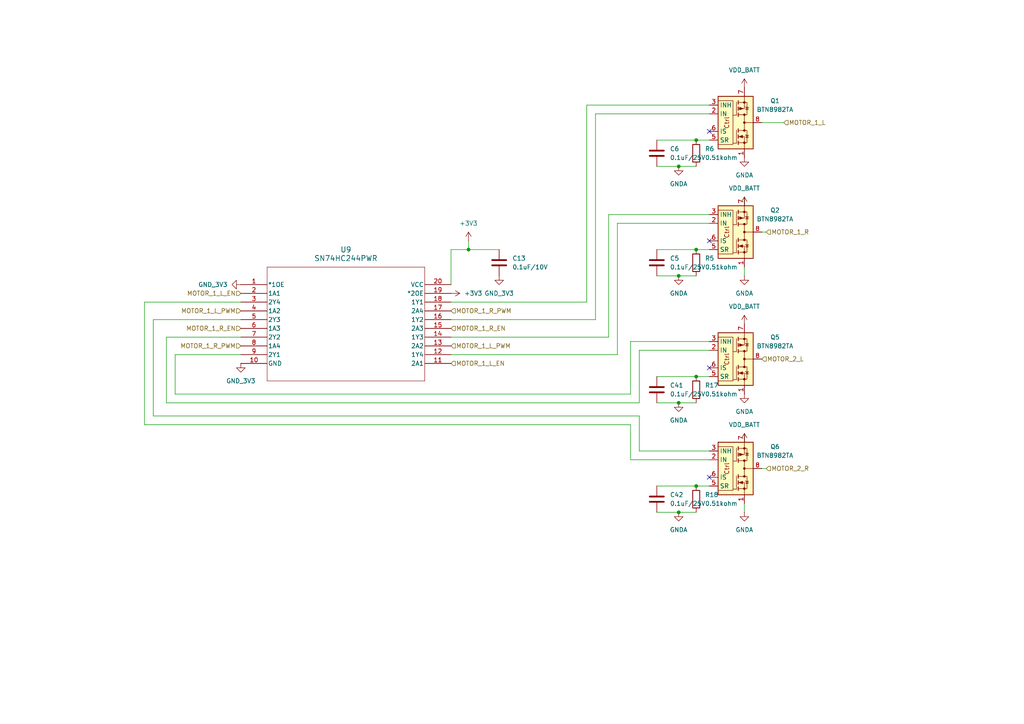
<source format=kicad_sch>
(kicad_sch (version 20231120) (generator "eeschema") (generator_version "8.0")
  (paper "A4")
  (lib_symbols
    (symbol "Device:C" (pin_numbers hide) (pin_names (offset 0.254))
      (property "Reference" "C" (at 0.635 2.54 0))
      (property "Value" "C" (at 0.635 -2.54 0))
      (symbol "C_0_1"
        (polyline (pts (xy -2.032 -0.762) (xy 2.032 -0.762)) (stroke (width 0.508)))
        (polyline (pts (xy -2.032 0.762) (xy 2.032 0.762)) (stroke (width 0.508)))
      )
      (symbol "C_1_1"
        (pin passive line (at 0 3.81 270) (length 2.794) (name "~") (number "1"))
        (pin passive line (at 0 -3.81 90) (length 2.794) (name "~") (number "2"))
      )
    )
    (symbol "Device:R" (pin_numbers hide) (pin_names (offset 0))
      (property "Reference" "R" (at 2.032 0 90))
      (property "Value" "R" (at 0 0 90))
      (symbol "R_0_1"
        (rectangle (start -1.016 -2.54) (end 1.016 2.54) (stroke (width 0.254)))
      )
      (symbol "R_1_1"
        (pin passive line (at 0 3.81 270) (length 1.27) (name "~") (number "1"))
        (pin passive line (at 0 -3.81 90) (length 1.27) (name "~") (number "2"))
      )
    )
    (symbol "Power_Management:BTN8982TA"
      (property "Reference" "Q" (at 6.35 5.715 0))
      (property "Value" "BTN8982TA" (at 6.35 3.81 0))
      (symbol "BTN8982TA_0_1"
        (rectangle (start -5.08 7.62) (end 5.08 -7.62) (stroke (width 0.254)) (fill (type background)))
        (polyline (pts (xy 0.254 -5.969) (xy -0.762 -5.969)))
        (polyline (pts (xy 0.254 2.159) (xy -0.762 2.159)))
        (polyline (pts (xy 2.54 0) (xy 5.08 0)))
        (polyline (pts (xy 2.54 2.286) (xy 2.54 -2.286)))
        (polyline (pts (xy 2.54 -5.842) (xy 2.54 -7.62) (xy 2.54 -6.858)))
        (polyline (pts (xy -5.08 6.35) (xy -0.762 6.35) (xy -0.762 -6.35) (xy -5.08 -6.35)))
      )
      (symbol "BTN8982TA_1_0"
        (text "Ctrl" (at -2.54 0 900) (effects (font (size 1.27 1.27))))
      )
      (symbol "BTN8982TA_1_1"
        (polyline (pts (xy 0.762 -5.842) (xy 2.54 -5.842)))
        (polyline (pts (xy 0.762 -5.334) (xy 0.762 -6.35)) (stroke (width 0.254)))
        (polyline (pts (xy 0.762 -4.064) (xy 2.54 -4.064)))
        (polyline (pts (xy 0.762 -3.556) (xy 0.762 -4.572)) (stroke (width 0.254)))
        (polyline (pts (xy 0.762 -2.286) (xy 2.54 -2.286)))
        (polyline (pts (xy 0.762 -1.778) (xy 0.762 -2.794)) (stroke (width 0.254)))
        (polyline (pts (xy 0.762 2.286) (xy 2.54 2.286)))
        (polyline (pts (xy 0.762 2.794) (xy 0.762 1.778)) (stroke (width 0.254)))
        (polyline (pts (xy 0.762 4.064) (xy 2.54 4.064)))
        (polyline (pts (xy 0.762 4.572) (xy 0.762 3.556)) (stroke (width 0.254)))
        (polyline (pts (xy 0.762 5.842) (xy 2.54 5.842)))
        (polyline (pts (xy 0.762 6.35) (xy 0.762 5.334)) (stroke (width 0.254)))
        (polyline (pts (xy 2.54 -5.842) (xy 2.54 -4.064)))
        (polyline (pts (xy 2.54 4.064) (xy 2.54 5.842)))
        (polyline (pts (xy 2.54 7.62) (xy 2.54 5.842)))
        (polyline (pts (xy 0.254 -2.159) (xy 0.254 -5.969) (xy 0.254 -5.969)))
        (polyline (pts (xy 0.254 5.969) (xy 0.254 2.159) (xy 0.254 2.159)))
        (polyline (pts (xy 1.016 -4.064) (xy 2.032 -3.683) (xy 2.032 -4.445) (xy 1.016 -4.064)) (fill (type outline)))
        (polyline (pts (xy 2.159 4.064) (xy 1.143 3.683) (xy 1.143 4.445) (xy 2.159 4.064)) (fill (type outline)))
        (polyline (pts (xy 2.54 -5.842) (xy 3.302 -5.842) (xy 3.302 -2.286) (xy 2.54 -2.286)))
        (polyline (pts (xy 2.54 2.286) (xy 3.302 2.286) (xy 3.302 5.842) (xy 2.54 5.842)))
        (polyline (pts (xy 2.794 -3.556) (xy 2.921 -3.683) (xy 3.683 -3.683) (xy 3.81 -3.81)))
        (polyline (pts (xy 2.794 4.572) (xy 2.921 4.445) (xy 3.683 4.445) (xy 3.81 4.318)))
        (polyline (pts (xy 3.302 -3.683) (xy 2.921 -4.318) (xy 3.683 -4.318) (xy 3.302 -3.683)))
        (polyline (pts (xy 3.302 4.445) (xy 2.921 3.81) (xy 3.683 3.81) (xy 3.302 4.445)))
        (circle (center 2.54 -5.842) (radius 0.2794) (fill (type outline)))
        (circle (center 2.54 -2.286) (radius 0.2794) (fill (type outline)))
        (circle (center 2.54 0) (radius 0.2794) (fill (type outline)))
        (circle (center 2.54 2.286) (radius 0.2794) (fill (type outline)))
        (circle (center 2.54 5.842) (radius 0.2794) (fill (type outline)))
        (pin power_in line (at 2.54 -10.16 90) (length 2.54) (name "~") (number "1"))
        (pin input line (at -7.62 2.54 0) (length 2.54) (name "IN") (number "2"))
        (pin input line (at -7.62 5.08 0) (length 2.54) (name "INH") (number "3"))
        (pin passive line (at 7.62 0 180) (length 2.54) hide (name "~") (number "4"))
        (pin input line (at -7.62 -5.08 0) (length 2.54) (name "SR") (number "5"))
        (pin output line (at -7.62 -2.54 0) (length 2.54) (name "IS") (number "6"))
        (pin power_in line (at 2.54 10.16 270) (length 2.54) (name "~") (number "7"))
        (pin passive line (at 7.62 0 180) (length 2.54) (name "~") (number "8"))
      )
    )
    (symbol "SN74HC244PWR:SN74HC244PWR" (pin_names (offset 0.254))
      (property "Reference" "U" (at 30.48 10.16 0))
      (property "Value" "SN74HC244PWR" (at 30.48 7.62 0))
      (symbol "SN74HC244PWR_0_1"
        (polyline (pts (xy 7.62 -27.94) (xy 53.34 -27.94)) (stroke (width 0.127)))
        (polyline (pts (xy 7.62 5.08) (xy 7.62 -27.94)) (stroke (width 0.127)))
        (polyline (pts (xy 53.34 -27.94) (xy 53.34 5.08)) (stroke (width 0.127)))
        (polyline (pts (xy 53.34 5.08) (xy 7.62 5.08)) (stroke (width 0.127)))
        (pin input line (at 0 0 0) (length 7.62) (name "*1OE") (number "1"))
        (pin power_in line (at 0 -22.86 0) (length 7.62) (name "GND") (number "10"))
        (pin input line (at 60.96 -22.86 180) (length 7.62) (name "2A1") (number "11"))
        (pin output line (at 60.96 -20.32 180) (length 7.62) (name "1Y4") (number "12"))
        (pin input line (at 60.96 -17.78 180) (length 7.62) (name "2A2") (number "13"))
        (pin output line (at 60.96 -15.24 180) (length 7.62) (name "1Y3") (number "14"))
        (pin input line (at 60.96 -12.7 180) (length 7.62) (name "2A3") (number "15"))
        (pin output line (at 60.96 -10.16 180) (length 7.62) (name "1Y2") (number "16"))
        (pin input line (at 60.96 -7.62 180) (length 7.62) (name "2A4") (number "17"))
        (pin output line (at 60.96 -5.08 180) (length 7.62) (name "1Y1") (number "18"))
        (pin input line (at 60.96 -2.54 180) (length 7.62) (name "*2OE") (number "19"))
        (pin input line (at 0 -2.54 0) (length 7.62) (name "1A1") (number "2"))
        (pin power_in line (at 60.96 0 180) (length 7.62) (name "VCC") (number "20"))
        (pin output line (at 0 -5.08 0) (length 7.62) (name "2Y4") (number "3"))
        (pin input line (at 0 -7.62 0) (length 7.62) (name "1A2") (number "4"))
        (pin output line (at 0 -10.16 0) (length 7.62) (name "2Y3") (number "5"))
        (pin input line (at 0 -12.7 0) (length 7.62) (name "1A3") (number "6"))
        (pin output line (at 0 -15.24 0) (length 7.62) (name "2Y2") (number "7"))
        (pin input line (at 0 -17.78 0) (length 7.62) (name "1A4") (number "8"))
        (pin output line (at 0 -20.32 0) (length 7.62) (name "2Y1") (number "9"))
      )
    )
    (symbol "power:+3V3" (power) (pin_numbers hide) (pin_names (offset 0) hide)
      (property "Value" "+3V3" (at 0 3.556 0))
      (symbol "+3V3_0_1"
        (polyline (pts (xy -0.762 1.27) (xy 0 2.54)))
        (polyline (pts (xy 0 0) (xy 0 2.54)))
        (polyline (pts (xy 0 2.54) (xy 0.762 1.27)))
      )
      (symbol "+3V3_1_1"
        (pin power_in line (at 0 0 90) (length 0) (name "~") (number "1"))
      )
    )
    (symbol "power:GND" (power) (pin_numbers hide) (pin_names (offset 0) hide)
      (property "Value" "GND" (at 0 -3.81 0))
      (symbol "GND_0_1"
        (polyline (pts (xy 0 0) (xy 0 -1.27) (xy 1.27 -1.27) (xy 0 -2.54) (xy -1.27 -1.27) (xy 0 -1.27)))
      )
      (symbol "GND_1_1"
        (pin power_in line (at 0 0 270) (length 0) (name "~") (number "1"))
      )
    )
    (symbol "power:GNDA" (power) (pin_numbers hide) (pin_names (offset 0) hide)
      (property "Value" "GNDA" (at 0 -3.81 0))
      (symbol "GNDA_0_1"
        (polyline (pts (xy 0 0) (xy 0 -1.27) (xy 1.27 -1.27) (xy 0 -2.54) (xy -1.27 -1.27) (xy 0 -1.27)))
      )
      (symbol "GNDA_1_1"
        (pin power_in line (at 0 0 270) (length 0) (name "~") (number "1"))
      )
    )
  )
  (junction (at 196.85 80.01))
  (junction (at 135.89 72.39))
  (junction (at 196.85 116.84))
  (junction (at 201.93 140.97))
  (junction (at 196.85 48.26))
  (junction (at 201.93 40.64))
  (junction (at 196.85 148.59))
  (junction (at 201.93 72.39))
  (junction (at 201.93 109.22))
  (no_connect (at 205.74 138.43))
  (no_connect (at 205.74 38.1))
  (no_connect (at 205.74 106.68))
  (no_connect (at 205.74 69.85))
  (wire (pts (xy 41.91 87.63) (xy 41.91 123.19)))
  (wire (pts (xy 130.81 87.63) (xy 170.18 87.63)))
  (wire (pts (xy 176.53 97.79) (xy 176.53 62.23)))
  (wire (pts (xy 176.53 62.23) (xy 205.74 62.23)))
  (wire (pts (xy 215.9 125.73) (xy 215.9 128.27)))
  (wire (pts (xy 190.5 48.26) (xy 196.85 48.26)))
  (wire (pts (xy 222.25 135.89) (xy 220.98 135.89)))
  (wire (pts (xy 170.18 87.63) (xy 170.18 30.48)))
  (wire (pts (xy 190.5 116.84) (xy 196.85 116.84)))
  (wire (pts (xy 190.5 80.01) (xy 196.85 80.01)))
  (wire (pts (xy 196.85 116.84) (xy 201.93 116.84)))
  (wire (pts (xy 196.85 80.01) (xy 201.93 80.01)))
  (wire (pts (xy 135.89 72.39) (xy 130.81 72.39)))
  (wire (pts (xy 215.9 77.47) (xy 215.9 80.01)))
  (wire (pts (xy 48.26 97.79) (xy 48.26 116.84)))
  (wire (pts (xy 69.85 97.79) (xy 48.26 97.79)))
  (wire (pts (xy 179.07 64.77) (xy 179.07 102.87)))
  (wire (pts (xy 182.88 99.06) (xy 205.74 99.06)))
  (wire (pts (xy 48.26 116.84) (xy 185.42 116.84)))
  (wire (pts (xy 201.93 109.22) (xy 205.74 109.22)))
  (wire (pts (xy 69.85 87.63) (xy 41.91 87.63)))
  (wire (pts (xy 179.07 102.87) (xy 130.81 102.87)))
  (wire (pts (xy 196.85 148.59) (xy 201.93 148.59)))
  (wire (pts (xy 130.81 92.71) (xy 172.72 92.71)))
  (wire (pts (xy 50.8 102.87) (xy 50.8 114.3)))
  (wire (pts (xy 135.89 69.85) (xy 135.89 72.39)))
  (wire (pts (xy 170.18 30.48) (xy 205.74 30.48)))
  (wire (pts (xy 130.81 72.39) (xy 130.81 82.55)))
  (wire (pts (xy 215.9 57.15) (xy 215.9 59.69)))
  (wire (pts (xy 44.45 120.65) (xy 185.42 120.65)))
  (wire (pts (xy 196.85 48.26) (xy 201.93 48.26)))
  (wire (pts (xy 190.5 72.39) (xy 201.93 72.39)))
  (wire (pts (xy 172.72 33.02) (xy 205.74 33.02)))
  (wire (pts (xy 130.81 97.79) (xy 176.53 97.79)))
  (wire (pts (xy 185.42 101.6) (xy 205.74 101.6)))
  (wire (pts (xy 190.5 109.22) (xy 201.93 109.22)))
  (wire (pts (xy 182.88 123.19) (xy 182.88 133.35)))
  (wire (pts (xy 44.45 92.71) (xy 44.45 120.65)))
  (wire (pts (xy 185.42 116.84) (xy 185.42 101.6)))
  (wire (pts (xy 201.93 40.64) (xy 205.74 40.64)))
  (wire (pts (xy 201.93 72.39) (xy 205.74 72.39)))
  (wire (pts (xy 185.42 130.81) (xy 205.74 130.81)))
  (wire (pts (xy 201.93 140.97) (xy 205.74 140.97)))
  (wire (pts (xy 222.25 67.31) (xy 220.98 67.31)))
  (wire (pts (xy 182.88 114.3) (xy 182.88 99.06)))
  (wire (pts (xy 172.72 92.71) (xy 172.72 33.02)))
  (wire (pts (xy 41.91 123.19) (xy 182.88 123.19)))
  (wire (pts (xy 190.5 40.64) (xy 201.93 40.64)))
  (wire (pts (xy 69.85 92.71) (xy 44.45 92.71)))
  (wire (pts (xy 227.33 35.56) (xy 220.98 35.56)))
  (wire (pts (xy 179.07 64.77) (xy 205.74 64.77)))
  (wire (pts (xy 50.8 114.3) (xy 182.88 114.3)))
  (wire (pts (xy 185.42 120.65) (xy 185.42 130.81)))
  (wire (pts (xy 69.85 102.87) (xy 50.8 102.87)))
  (wire (pts (xy 144.78 72.39) (xy 135.89 72.39)))
  (wire (pts (xy 190.5 140.97) (xy 201.93 140.97)))
  (wire (pts (xy 182.88 133.35) (xy 205.74 133.35)))
  (wire (pts (xy 190.5 148.59) (xy 196.85 148.59)))
  (wire (pts (xy 215.9 146.05) (xy 215.9 148.59)))
  (hierarchical_label "MOTOR_1_R_PWM" (shape input) (at 69.85 100.33 180))
  (hierarchical_label "MOTOR_2_R" (shape input) (at 222.25 135.89 0))
  (hierarchical_label "MOTOR_1_L_EN" (shape input) (at 130.81 105.41 0))
  (hierarchical_label "MOTOR_1_R_PWM" (shape input) (at 130.81 90.17 0))
  (hierarchical_label "MOTOR_1_R" (shape input) (at 222.25 67.31 0))
  (hierarchical_label "MOTOR_1_L_PWM" (shape input) (at 69.85 90.17 180))
  (hierarchical_label "MOTOR_1_R_EN" (shape input) (at 130.81 95.25 0))
  (hierarchical_label "MOTOR_1_L_EN" (shape input) (at 69.85 85.09 180))
  (hierarchical_label "MOTOR_1_R_EN" (shape input) (at 69.85 95.25 180))
  (hierarchical_label "MOTOR_2_L" (shape input) (at 220.98 104.14 0))
  (hierarchical_label "MOTOR_1_L" (shape input) (at 227.33 35.56 0))
  (hierarchical_label "MOTOR_1_L_PWM" (shape input) (at 130.81 100.33 0))
  (symbol (lib_id "power:GNDA") (at 215.9 114.3 0) (unit 1)
    (property "Reference" "#PWR0100" (effects (hide yes)))
    (property "Value" "GNDA" (at 215.9 119.38 0))
    (property "Description" "Power symbol creates a global label with name \"GNDA\" , analog ground" (effects (hide yes)))
  )
  (symbol (lib_id "power:GND") (at 69.85 82.55 270) (unit 1)
    (property "Reference" "#PWR030" (effects (hide yes)))
    (property "Value" "GND_3V3" (at 66.04 82.5499 90) (effects (justify right)))
    (property "Description" "Power symbol creates a global label with name \"GND\" , ground" (effects (hide yes)))
  )
  (symbol (lib_id "power:GNDA") (at 215.9 80.01 0) (unit 1)
    (property "Reference" "#PWR027" (effects (hide yes)))
    (property "Value" "GNDA" (at 215.9 85.09 0))
    (property "Description" "Power symbol creates a global label with name \"GNDA\" , analog ground" (effects (hide yes)))
  )
  (symbol (lib_id "power:+3V3") (at 215.9 93.98 0) (unit 1)
    (property "Reference" "#PWR099" (effects (hide yes)))
    (property "Value" "VDD_BATT" (at 215.9 88.9 0))
    (property "Description" "Power symbol creates a global label with name \"+3V3\"" (effects (hide yes)))
  )
  (symbol (lib_id "Device:C") (at 144.78 76.2 0) (unit 1)
    (property "Reference" "C13" (at 148.59 74.9299 0) (effects (justify left)))
    (property "Value" "0.1uF/10V" (at 148.59 77.4699 0) (effects (justify left)))
    (property "Description" "Unpolarized capacitor" (effects (hide yes)))
  )
  (symbol (lib_id "Device:R") (at 201.93 144.78 0) (unit 1)
    (property "Reference" "R18" (at 204.47 143.5099 0) (effects (justify left)))
    (property "Value" "0.51kohm" (at 204.47 146.0499 0) (effects (justify left)))
    (property "Description" "Resistor" (effects (hide yes)))
  )
  (symbol (lib_id "Device:C") (at 190.5 44.45 0) (unit 1)
    (property "Reference" "C6" (at 194.31 43.1799 0) (effects (justify left)))
    (property "Value" "0.1uF/25V" (at 194.31 45.7199 0) (effects (justify left)))
    (property "Description" "Unpolarized capacitor" (effects (hide yes)))
  )
  (symbol (lib_id "Device:R") (at 201.93 44.45 0) (unit 1)
    (property "Reference" "R6" (at 204.47 43.1799 0) (effects (justify left)))
    (property "Value" "0.51kohm" (at 204.47 45.7199 0) (effects (justify left)))
    (property "Description" "Resistor" (effects (hide yes)))
  )
  (symbol (lib_id "power:+3V3") (at 135.89 69.85 0) (unit 1)
    (property "Reference" "#PWR028" (effects (hide yes)))
    (property "Value" "+3V3" (at 135.89 64.77 0))
    (property "Description" "Power symbol creates a global label with name \"+3V3\"" (effects (hide yes)))
  )
  (symbol (lib_id "Power_Management:BTN8982TA") (at 213.36 67.31 0) (unit 1)
    (property "Reference" "Q2" (at 224.79 60.9914 0))
    (property "Value" "BTN8982TA" (at 224.79 63.5314 0))
    (property "Footprint" "Package_TO_SOT_SMD:TO-263-7_TabPin8" (effects (hide yes)))
    (property "Datasheet" "https://www.infineon.com/dgdl/Infineon-BTN8982TA-DS-v01_00-EN.pdf?fileId=db3a30433fa9412f013fbe32289b7c17" (effects (hide yes)))
    (property "Description" "High Current PN Half Bridge, TO-263-7" (effects (hide yes)))
  )
  (symbol (lib_id "power:GNDA") (at 215.9 45.72 0) (unit 1)
    (property "Reference" "#PWR025" (effects (hide yes)))
    (property "Value" "GNDA" (at 215.9 50.8 0))
    (property "Description" "Power symbol creates a global label with name \"GNDA\" , analog ground" (effects (hide yes)))
  )
  (symbol (lib_id "power:GNDA") (at 196.85 116.84 0) (unit 1)
    (property "Reference" "#PWR010" (effects (hide yes)))
    (property "Value" "GNDA" (at 196.85 121.92 0))
    (property "Description" "Power symbol creates a global label with name \"GNDA\" , analog ground" (effects (hide yes)))
  )
  (symbol (lib_id "power:+3V3") (at 130.81 85.09 270) (unit 1)
    (property "Reference" "#PWR031" (effects (hide yes)))
    (property "Value" "+3V3" (at 134.62 85.0899 90) (effects (justify left)))
    (property "Description" "Power symbol creates a global label with name \"+3V3\"" (effects (hide yes)))
  )
  (symbol (lib_id "power:+3V3") (at 215.9 25.4 0) (unit 1)
    (property "Reference" "#PWR024" (effects (hide yes)))
    (property "Value" "VDD_BATT" (at 215.9 20.32 0))
    (property "Description" "Power symbol creates a global label with name \"+3V3\"" (effects (hide yes)))
  )
  (symbol (lib_id "power:GNDA") (at 196.85 148.59 0) (unit 1)
    (property "Reference" "#PWR011" (effects (hide yes)))
    (property "Value" "GNDA" (at 196.85 153.67 0))
    (property "Description" "Power symbol creates a global label with name \"GNDA\" , analog ground" (effects (hide yes)))
  )
  (symbol (lib_id "power:GNDA") (at 215.9 148.59 0) (unit 1)
    (property "Reference" "#PWR0102" (effects (hide yes)))
    (property "Value" "GNDA" (at 215.9 153.67 0))
    (property "Description" "Power symbol creates a global label with name \"GNDA\" , analog ground" (effects (hide yes)))
  )
  (symbol (lib_id "Power_Management:BTN8982TA") (at 213.36 104.14 0) (unit 1)
    (property "Reference" "Q5" (at 224.79 97.8214 0))
    (property "Value" "BTN8982TA" (at 224.79 100.3614 0))
    (property "Footprint" "Package_TO_SOT_SMD:TO-263-7_TabPin8" (effects (hide yes)))
    (property "Datasheet" "https://www.infineon.com/dgdl/Infineon-BTN8982TA-DS-v01_00-EN.pdf?fileId=db3a30433fa9412f013fbe32289b7c17" (effects (hide yes)))
    (property "Description" "High Current PN Half Bridge, TO-263-7" (effects (hide yes)))
  )
  (symbol (lib_id "power:GND") (at 144.78 80.01 0) (unit 1)
    (property "Reference" "#PWR038" (effects (hide yes)))
    (property "Value" "GND_3V3" (at 144.78 85.09 0))
    (property "Description" "Power symbol creates a global label with name \"GND\" , ground" (effects (hide yes)))
  )
  (symbol (lib_id "Power_Management:BTN8982TA") (at 213.36 35.56 0) (unit 1)
    (property "Reference" "Q1" (at 224.79 29.2414 0))
    (property "Value" "BTN8982TA" (at 224.79 31.7814 0))
    (property "Footprint" "Package_TO_SOT_SMD:TO-263-7_TabPin8" (effects (hide yes)))
    (property "Datasheet" "https://www.infineon.com/dgdl/Infineon-BTN8982TA-DS-v01_00-EN.pdf?fileId=db3a30433fa9412f013fbe32289b7c17" (effects (hide yes)))
    (property "Description" "High Current PN Half Bridge, TO-263-7" (effects (hide yes)))
  )
  (symbol (lib_id "power:GNDA") (at 196.85 80.01 0) (unit 1)
    (property "Reference" "#PWR032" (effects (hide yes)))
    (property "Value" "GNDA" (at 196.85 85.09 0))
    (property "Description" "Power symbol creates a global label with name \"GNDA\" , analog ground" (effects (hide yes)))
  )
  (symbol (lib_id "Power_Management:BTN8982TA") (at 213.36 135.89 0) (unit 1)
    (property "Reference" "Q6" (at 224.79 129.5714 0))
    (property "Value" "BTN8982TA" (at 224.79 132.1114 0))
    (property "Footprint" "Package_TO_SOT_SMD:TO-263-7_TabPin8" (effects (hide yes)))
    (property "Datasheet" "https://www.infineon.com/dgdl/Infineon-BTN8982TA-DS-v01_00-EN.pdf?fileId=db3a30433fa9412f013fbe32289b7c17" (effects (hide yes)))
    (property "Description" "High Current PN Half Bridge, TO-263-7" (effects (hide yes)))
  )
  (symbol (lib_id "Device:R") (at 201.93 76.2 0) (unit 1)
    (property "Reference" "R5" (at 204.47 74.9299 0) (effects (justify left)))
    (property "Value" "0.51kohm" (at 204.47 77.4699 0) (effects (justify left)))
    (property "Description" "Resistor" (effects (hide yes)))
  )
  (symbol (lib_id "power:GND") (at 69.85 105.41 0) (unit 1)
    (property "Reference" "#PWR029" (effects (hide yes)))
    (property "Value" "GND_3V3" (at 69.85 110.49 0))
    (property "Description" "Power symbol creates a global label with name \"GND\" , ground" (effects (hide yes)))
  )
  (symbol (lib_id "SN74HC244PWR:SN74HC244PWR") (at 69.85 82.55 0) (unit 1)
    (property "Reference" "U9" (at 100.33 72.39 0) (effects (font (size 1.524 1.524))))
    (property "Value" "SN74HC244PWR" (at 100.33 74.93 0) (effects (font (size 1.524 1.524))))
    (property "Footprint" "PW20" (effects (hide yes)))
    (property "Datasheet" "SN74HC244PWR" (effects (hide yes)))
  )
  (symbol (lib_id "power:+3V3") (at 215.9 128.27 0) (unit 1)
    (property "Reference" "#PWR0101" (effects (hide yes)))
    (property "Value" "VDD_BATT" (at 215.9 123.19 0))
    (property "Description" "Power symbol creates a global label with name \"+3V3\"" (effects (hide yes)))
  )
  (symbol (lib_id "power:GNDA") (at 196.85 48.26 0) (unit 1)
    (property "Reference" "#PWR033" (effects (hide yes)))
    (property "Value" "GNDA" (at 196.85 53.34 0))
    (property "Description" "Power symbol creates a global label with name \"GNDA\" , analog ground" (effects (hide yes)))
  )
  (symbol (lib_id "Device:R") (at 201.93 113.03 0) (unit 1)
    (property "Reference" "R17" (at 204.47 111.7599 0) (effects (justify left)))
    (property "Value" "0.51kohm" (at 204.47 114.2999 0) (effects (justify left)))
    (property "Description" "Resistor" (effects (hide yes)))
  )
  (symbol (lib_id "Device:C") (at 190.5 113.03 0) (unit 1)
    (property "Reference" "C41" (at 194.31 111.7599 0) (effects (justify left)))
    (property "Value" "0.1uF/25V" (at 194.31 114.2999 0) (effects (justify left)))
    (property "Description" "Unpolarized capacitor" (effects (hide yes)))
  )
  (symbol (lib_id "Device:C") (at 190.5 76.2 0) (unit 1)
    (property "Reference" "C5" (at 194.31 74.9299 0) (effects (justify left)))
    (property "Value" "0.1uF/25V" (at 194.31 77.4699 0) (effects (justify left)))
    (property "Description" "Unpolarized capacitor" (effects (hide yes)))
  )
  (symbol (lib_id "Device:C") (at 190.5 144.78 0) (unit 1)
    (property "Reference" "C42" (at 194.31 143.5099 0) (effects (justify left)))
    (property "Value" "0.1uF/25V" (at 194.31 146.0499 0) (effects (justify left)))
    (property "Description" "Unpolarized capacitor" (effects (hide yes)))
  )
  (symbol (lib_id "power:+3V3") (at 215.9 59.69 0) (unit 1)
    (property "Reference" "#PWR026" (effects (hide yes)))
    (property "Value" "VDD_BATT" (at 215.9 54.61 0))
    (property "Description" "Power symbol creates a global label with name \"+3V3\"" (effects (hide yes)))
  )
)
</source>
